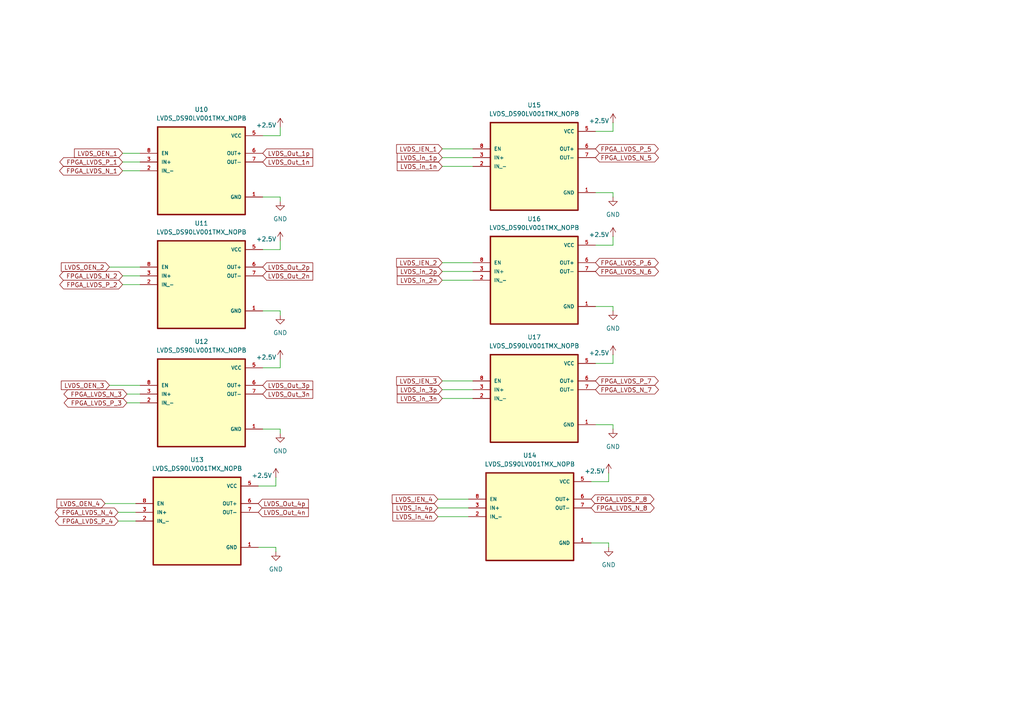
<source format=kicad_sch>
(kicad_sch (version 20231120) (generator "eeschema") (generator_version "8.0")
  (paper "A4")
  (lib_symbols
    (symbol "Symbol_Library:LVDS_DS90LV001TMX_NOPB" (pin_names (offset 1.016))
      (property "Reference" "U" (at -12.7 13.7 0))
      (property "Value" "LVDS_DS90LV001TMX_NOPB" (at -12.7 -16.7 0))
      (symbol "LVDS_DS90LV001TMX_NOPB_0_0"
        (rectangle (start -12.7 -12.7) (end 12.7 12.7) (stroke (width 0.41)) (fill (type background)))
        (pin power_in line (at 17.78 -7.62 180) (length 5.08) (name "GND") (number "1"))
        (pin input line (at -17.78 0 0) (length 5.08) (name "IN_-") (number "2"))
        (pin input line (at -17.78 2.54 0) (length 5.08) (name "IN+") (number "3"))
        (pin power_in line (at 17.78 10.16 180) (length 5.08) (name "VCC") (number "5"))
        (pin output line (at 17.78 5.08 180) (length 5.08) (name "OUT+") (number "6"))
        (pin output line (at 17.78 2.54 180) (length 5.08) (name "OUT-") (number "7"))
        (pin input line (at -17.78 5.08 0) (length 5.08) (name "EN") (number "8"))
      )
    )
    (symbol "power:+3.3V" (power) (pin_numbers hide) (pin_names (offset 0) hide)
      (property "Value" "+3.3V" (at 0 3.556 0))
      (symbol "+3.3V_0_1"
        (polyline (pts (xy -0.762 1.27) (xy 0 2.54)))
        (polyline (pts (xy 0 0) (xy 0 2.54)))
        (polyline (pts (xy 0 2.54) (xy 0.762 1.27)))
      )
      (symbol "+3.3V_1_1"
        (pin power_in line (at 0 0 90) (length 0) (name "~") (number "1"))
      )
    )
    (symbol "power:GND" (power) (pin_numbers hide) (pin_names (offset 0) hide)
      (property "Value" "GND" (at 0 -3.81 0))
      (symbol "GND_0_1"
        (polyline (pts (xy 0 0) (xy 0 -1.27) (xy 1.27 -1.27) (xy 0 -2.54) (xy -1.27 -1.27) (xy 0 -1.27)))
      )
      (symbol "GND_1_1"
        (pin power_in line (at 0 0 270) (length 0) (name "~") (number "1"))
      )
    )
  )
  (wire (pts (xy 128.27 113.03) (xy 137.16 113.03)))
  (wire (pts (xy 81.28 90.17) (xy 76.2 90.17)))
  (wire (pts (xy 35.56 80.01) (xy 40.64 80.01)))
  (wire (pts (xy 81.28 39.37) (xy 76.2 39.37)))
  (wire (pts (xy 128.27 43.18) (xy 137.16 43.18)))
  (wire (pts (xy 35.56 49.53) (xy 40.64 49.53)))
  (wire (pts (xy 177.8 105.41) (xy 172.72 105.41)))
  (wire (pts (xy 177.8 38.1) (xy 172.72 38.1)))
  (wire (pts (xy 128.27 78.74) (xy 137.16 78.74)))
  (wire (pts (xy 177.8 102.87) (xy 177.8 105.41)))
  (wire (pts (xy 128.27 115.57) (xy 137.16 115.57)))
  (wire (pts (xy 80.01 140.97) (xy 74.93 140.97)))
  (wire (pts (xy 128.27 45.72) (xy 137.16 45.72)))
  (wire (pts (xy 128.27 81.28) (xy 137.16 81.28)))
  (wire (pts (xy 177.8 123.19) (xy 172.72 123.19)))
  (wire (pts (xy 35.56 44.45) (xy 40.64 44.45)))
  (wire (pts (xy 34.29 151.13) (xy 39.37 151.13)))
  (wire (pts (xy 177.8 57.15) (xy 177.8 55.88)))
  (wire (pts (xy 81.28 69.85) (xy 81.28 72.39)))
  (wire (pts (xy 35.56 82.55) (xy 40.64 82.55)))
  (wire (pts (xy 127 144.78) (xy 135.89 144.78)))
  (wire (pts (xy 128.27 110.49) (xy 137.16 110.49)))
  (wire (pts (xy 177.8 55.88) (xy 172.72 55.88)))
  (wire (pts (xy 177.8 124.46) (xy 177.8 123.19)))
  (wire (pts (xy 177.8 68.58) (xy 177.8 71.12)))
  (wire (pts (xy 31.75 77.47) (xy 40.64 77.47)))
  (wire (pts (xy 81.28 104.14) (xy 81.28 106.68)))
  (wire (pts (xy 177.8 90.17) (xy 177.8 88.9)))
  (wire (pts (xy 176.53 139.7) (xy 171.45 139.7)))
  (wire (pts (xy 36.83 114.3) (xy 40.64 114.3)))
  (wire (pts (xy 80.01 160.02) (xy 80.01 158.75)))
  (wire (pts (xy 31.75 111.76) (xy 40.64 111.76)))
  (wire (pts (xy 81.28 72.39) (xy 76.2 72.39)))
  (wire (pts (xy 176.53 157.48) (xy 171.45 157.48)))
  (wire (pts (xy 81.28 91.44) (xy 81.28 90.17)))
  (wire (pts (xy 80.01 158.75) (xy 74.93 158.75)))
  (wire (pts (xy 177.8 71.12) (xy 172.72 71.12)))
  (wire (pts (xy 127 149.86) (xy 135.89 149.86)))
  (wire (pts (xy 81.28 124.46) (xy 76.2 124.46)))
  (wire (pts (xy 81.28 106.68) (xy 76.2 106.68)))
  (wire (pts (xy 128.27 48.26) (xy 137.16 48.26)))
  (wire (pts (xy 177.8 35.56) (xy 177.8 38.1)))
  (wire (pts (xy 128.27 76.2) (xy 137.16 76.2)))
  (wire (pts (xy 34.29 148.59) (xy 39.37 148.59)))
  (wire (pts (xy 176.53 137.16) (xy 176.53 139.7)))
  (wire (pts (xy 81.28 125.73) (xy 81.28 124.46)))
  (wire (pts (xy 81.28 36.83) (xy 81.28 39.37)))
  (wire (pts (xy 127 147.32) (xy 135.89 147.32)))
  (wire (pts (xy 176.53 158.75) (xy 176.53 157.48)))
  (wire (pts (xy 177.8 88.9) (xy 172.72 88.9)))
  (wire (pts (xy 35.56 46.99) (xy 40.64 46.99)))
  (wire (pts (xy 81.28 57.15) (xy 76.2 57.15)))
  (wire (pts (xy 80.01 138.43) (xy 80.01 140.97)))
  (wire (pts (xy 81.28 58.42) (xy 81.28 57.15)))
  (wire (pts (xy 36.83 116.84) (xy 40.64 116.84)))
  (wire (pts (xy 30.48 146.05) (xy 39.37 146.05)))
  (global_label "FPGA_LVDS_P_1" (shape bidirectional) (at 35.56 46.99 180) (property "Intersheetrefs" "${INTERSHEET_REFS}" (at 17.8791 46.99 0) (effects (justify right))))
  (global_label "FPGA_LVDS_N_6" (shape bidirectional) (at 172.72 78.74 0) (property "Intersheetrefs" "${INTERSHEET_REFS}" (at 191.308 78.74 0) (effects (justify left))))
  (global_label "LVDS_in_1n" (shape input) (at 128.27 48.26 180) (property "Intersheetrefs" "${INTERSHEET_REFS}" (at 114.6411 48.26 0) (effects (justify right))))
  (global_label "LVDS_in_3p" (shape input) (at 128.27 113.03 180) (property "Intersheetrefs" "${INTERSHEET_REFS}" (at 114.6411 113.03 0) (effects (justify right))))
  (global_label "LVDS_in_1p" (shape input) (at 128.27 45.72 180) (property "Intersheetrefs" "${INTERSHEET_REFS}" (at 114.6411 45.72 0) (effects (justify right))))
  (global_label "LVDS_OEN_4" (shape input) (at 30.48 146.05 180) (property "Intersheetrefs" "${INTERSHEET_REFS}" (at 15.9439 146.05 0) (effects (justify right))))
  (global_label "FPGA_LVDS_P_6" (shape bidirectional) (at 172.72 76.2 0) (property "Intersheetrefs" "${INTERSHEET_REFS}" (at 191.308 76.2 0) (effects (justify left))))
  (global_label "FPGA_LVDS_N_1" (shape bidirectional) (at 35.56 49.53 180) (property "Intersheetrefs" "${INTERSHEET_REFS}" (at 17.8791 49.53 0) (effects (justify right))))
  (global_label "LVDS_OEN_2" (shape input) (at 31.75 77.47 180) (property "Intersheetrefs" "${INTERSHEET_REFS}" (at 17.2139 77.47 0) (effects (justify right))))
  (global_label "FPGA_LVDS_P_4" (shape bidirectional) (at 34.29 151.13 180) (property "Intersheetrefs" "${INTERSHEET_REFS}" (at 15.702 151.13 0) (effects (justify right))))
  (global_label "LVDS_in_3n" (shape input) (at 128.27 115.57 180) (property "Intersheetrefs" "${INTERSHEET_REFS}" (at 114.6411 115.57 0) (effects (justify right))))
  (global_label "LVDS_in_4p" (shape input) (at 127 147.32 180) (property "Intersheetrefs" "${INTERSHEET_REFS}" (at 113.3711 147.32 0) (effects (justify right))))
  (global_label "FPGA_LVDS_N_7" (shape bidirectional) (at 172.72 113.03 0) (property "Intersheetrefs" "${INTERSHEET_REFS}" (at 191.308 113.03 0) (effects (justify left))))
  (global_label "LVDS_IEN_2" (shape input) (at 128.27 76.2 180) (property "Intersheetrefs" "${INTERSHEET_REFS}" (at 114.4596 76.2 0) (effects (justify right))))
  (global_label "LVDS_in_2p" (shape input) (at 128.27 78.74 180) (property "Intersheetrefs" "${INTERSHEET_REFS}" (at 114.6411 78.74 0) (effects (justify right))))
  (global_label "FPGA_LVDS_N_8" (shape bidirectional) (at 171.45 147.32 0) (property "Intersheetrefs" "${INTERSHEET_REFS}" (at 190.038 147.32 0) (effects (justify left))))
  (global_label "FPGA_LVDS_P_8" (shape bidirectional) (at 171.45 144.78 0) (property "Intersheetrefs" "${INTERSHEET_REFS}" (at 190.038 144.78 0) (effects (justify left))))
  (global_label "FPGA_LVDS_N_4" (shape bidirectional) (at 34.29 148.59 180) (property "Intersheetrefs" "${INTERSHEET_REFS}" (at 15.702 148.59 0) (effects (justify right))))
  (global_label "LVDS_in_4n" (shape input) (at 127 149.86 180) (property "Intersheetrefs" "${INTERSHEET_REFS}" (at 113.3711 149.86 0) (effects (justify right))))
  (global_label "LVDS_IEN_1" (shape input) (at 128.27 43.18 180) (property "Intersheetrefs" "${INTERSHEET_REFS}" (at 114.4596 43.18 0) (effects (justify right))))
  (global_label "LVDS_Out_2n" (shape input) (at 76.2 80.01 0) (property "Intersheetrefs" "${INTERSHEET_REFS}" (at 91.2803 80.01 0) (effects (justify left))))
  (global_label "FPGA_LVDS_N_5" (shape bidirectional) (at 172.72 45.72 0) (property "Intersheetrefs" "${INTERSHEET_REFS}" (at 191.308 45.72 0) (effects (justify left))))
  (global_label "LVDS_Out_4p" (shape input) (at 74.93 146.05 0) (property "Intersheetrefs" "${INTERSHEET_REFS}" (at 90.0103 146.05 0) (effects (justify left))))
  (global_label "LVDS_IEN_3" (shape input) (at 128.27 110.49 180) (property "Intersheetrefs" "${INTERSHEET_REFS}" (at 114.4596 110.49 0) (effects (justify right))))
  (global_label "LVDS_Out_4n" (shape input) (at 74.93 148.59 0) (property "Intersheetrefs" "${INTERSHEET_REFS}" (at 90.0103 148.59 0) (effects (justify left))))
  (global_label "FPGA_LVDS_P_7" (shape bidirectional) (at 172.72 110.49 0) (property "Intersheetrefs" "${INTERSHEET_REFS}" (at 191.308 110.49 0) (effects (justify left))))
  (global_label "FPGA_LVDS_N_3" (shape bidirectional) (at 36.83 114.3 180) (property "Intersheetrefs" "${INTERSHEET_REFS}" (at 18.242 114.3 0) (effects (justify right))))
  (global_label "FPGA_LVDS_P_3" (shape bidirectional) (at 36.83 116.84 180) (property "Intersheetrefs" "${INTERSHEET_REFS}" (at 18.242 116.84 0) (effects (justify right))))
  (global_label "LVDS_Out_1p" (shape input) (at 76.2 44.45 0) (property "Intersheetrefs" "${INTERSHEET_REFS}" (at 91.2803 44.45 0) (effects (justify left))))
  (global_label "LVDS_OEN_1" (shape input) (at 35.56 44.45 180) (property "Intersheetrefs" "${INTERSHEET_REFS}" (at 21.0239 44.45 0) (effects (justify right))))
  (global_label "LVDS_IEN_4" (shape input) (at 127 144.78 180) (property "Intersheetrefs" "${INTERSHEET_REFS}" (at 113.1896 144.78 0) (effects (justify right))))
  (global_label "FPGA_LVDS_P_2" (shape bidirectional) (at 35.56 82.55 180) (property "Intersheetrefs" "${INTERSHEET_REFS}" (at 16.972 82.55 0) (effects (justify right))))
  (global_label "LVDS_in_2n" (shape input) (at 128.27 81.28 180) (property "Intersheetrefs" "${INTERSHEET_REFS}" (at 114.6411 81.28 0) (effects (justify right))))
  (global_label "LVDS_OEN_3" (shape input) (at 31.75 111.76 180) (property "Intersheetrefs" "${INTERSHEET_REFS}" (at 17.2139 111.76 0) (effects (justify right))))
  (global_label "LVDS_Out_3p" (shape input) (at 76.2 111.76 0) (property "Intersheetrefs" "${INTERSHEET_REFS}" (at 91.2803 111.76 0) (effects (justify left))))
  (global_label "FPGA_LVDS_N_2" (shape bidirectional) (at 35.56 80.01 180) (property "Intersheetrefs" "${INTERSHEET_REFS}" (at 16.972 80.01 0) (effects (justify right))))
  (global_label "LVDS_Out_1n" (shape input) (at 76.2 46.99 0) (property "Intersheetrefs" "${INTERSHEET_REFS}" (at 91.2803 46.99 0) (effects (justify left))))
  (global_label "LVDS_Out_2p" (shape input) (at 76.2 77.47 0) (property "Intersheetrefs" "${INTERSHEET_REFS}" (at 91.2803 77.47 0) (effects (justify left))))
  (global_label "LVDS_Out_3n" (shape input) (at 76.2 114.3 0) (property "Intersheetrefs" "${INTERSHEET_REFS}" (at 91.2803 114.3 0) (effects (justify left))))
  (global_label "FPGA_LVDS_P_5" (shape bidirectional) (at 172.72 43.18 0) (property "Intersheetrefs" "${INTERSHEET_REFS}" (at 191.308 43.18 0) (effects (justify left))))
  (symbol (lib_id "power:GND") (at 81.28 125.73 0) (unit 1)
    (property "Reference" "#PWR052" (effects (hide yes)))
    (property "Value" "GND" (at 81.28 130.81 0))
    (property "Description" "Power symbol creates a global label with name \"GND\" , ground" (effects (hide yes)))
  )
  (symbol (lib_id "power:+3.3V") (at 177.8 35.56 0) (unit 1)
    (property "Reference" "#PWR055" (effects (hide yes)))
    (property "Value" "+2.5V" (at 173.736 35.052 0))
    (property "Description" "Power symbol creates a global label with name \"+3.3V\"" (effects (hide yes)))
  )
  (symbol (lib_id "power:GND") (at 80.01 160.02 0) (unit 1)
    (property "Reference" "#PWR054" (effects (hide yes)))
    (property "Value" "GND" (at 80.01 165.1 0))
    (property "Description" "Power symbol creates a global label with name \"GND\" , ground" (effects (hide yes)))
  )
  (symbol (lib_id "Symbol_Library:LVDS_DS90LV001TMX_NOPB") (at 153.67 149.86 0) (unit 1)
    (property "Reference" "U14" (at 153.67 132.08 0))
    (property "Value" "LVDS_DS90LV001TMX_NOPB" (at 153.67 134.62 0))
    (property "Footprint" "DS90LV001TMX_NOPB:SOIC127P599X175-8N" (effects (hide yes)))
  )
  (symbol (lib_id "Symbol_Library:LVDS_DS90LV001TMX_NOPB") (at 58.42 49.53 0) (unit 1)
    (property "Reference" "U10" (at 58.42 31.75 0))
    (property "Value" "LVDS_DS90LV001TMX_NOPB" (at 58.42 34.29 0))
    (property "Footprint" "DS90LV001TMX_NOPB:SOIC127P599X175-8N" (effects (hide yes)))
  )
  (symbol (lib_id "power:GND") (at 176.53 158.75 0) (unit 1)
    (property "Reference" "#PWR062" (effects (hide yes)))
    (property "Value" "GND" (at 176.53 163.83 0))
    (property "Description" "Power symbol creates a global label with name \"GND\" , ground" (effects (hide yes)))
  )
  (symbol (lib_id "power:+3.3V") (at 81.28 69.85 0) (unit 1)
    (property "Reference" "#PWR049" (effects (hide yes)))
    (property "Value" "+2.5V" (at 77.216 69.342 0))
    (property "Description" "Power symbol creates a global label with name \"+3.3V\"" (effects (hide yes)))
  )
  (symbol (lib_id "Symbol_Library:LVDS_DS90LV001TMX_NOPB") (at 58.42 82.55 0) (unit 1)
    (property "Reference" "U11" (at 58.42 64.77 0))
    (property "Value" "LVDS_DS90LV001TMX_NOPB" (at 58.42 67.31 0))
    (property "Footprint" "DS90LV001TMX_NOPB:SOIC127P599X175-8N" (effects (hide yes)))
  )
  (symbol (lib_id "power:+3.3V") (at 81.28 104.14 0) (unit 1)
    (property "Reference" "#PWR051" (effects (hide yes)))
    (property "Value" "+2.5V" (at 77.216 103.632 0))
    (property "Description" "Power symbol creates a global label with name \"+3.3V\"" (effects (hide yes)))
  )
  (symbol (lib_id "power:+3.3V") (at 177.8 68.58 0) (unit 1)
    (property "Reference" "#PWR057" (effects (hide yes)))
    (property "Value" "+2.5V" (at 173.736 68.072 0))
    (property "Description" "Power symbol creates a global label with name \"+3.3V\"" (effects (hide yes)))
  )
  (symbol (lib_id "power:GND") (at 177.8 57.15 0) (unit 1)
    (property "Reference" "#PWR056" (effects (hide yes)))
    (property "Value" "GND" (at 177.8 62.23 0))
    (property "Description" "Power symbol creates a global label with name \"GND\" , ground" (effects (hide yes)))
  )
  (symbol (lib_id "Symbol_Library:LVDS_DS90LV001TMX_NOPB") (at 154.94 115.57 0) (unit 1)
    (property "Reference" "U17" (at 154.94 97.79 0))
    (property "Value" "LVDS_DS90LV001TMX_NOPB" (at 154.94 100.33 0))
    (property "Footprint" "DS90LV001TMX_NOPB:SOIC127P599X175-8N" (effects (hide yes)))
  )
  (symbol (lib_id "power:GND") (at 177.8 90.17 0) (unit 1)
    (property "Reference" "#PWR058" (effects (hide yes)))
    (property "Value" "GND" (at 177.8 95.25 0))
    (property "Description" "Power symbol creates a global label with name \"GND\" , ground" (effects (hide yes)))
  )
  (symbol (lib_id "power:GND") (at 81.28 58.42 0) (unit 1)
    (property "Reference" "#PWR048" (effects (hide yes)))
    (property "Value" "GND" (at 81.28 63.5 0))
    (property "Description" "Power symbol creates a global label with name \"GND\" , ground" (effects (hide yes)))
  )
  (symbol (lib_id "power:GND") (at 81.28 91.44 0) (unit 1)
    (property "Reference" "#PWR050" (effects (hide yes)))
    (property "Value" "GND" (at 81.28 96.52 0))
    (property "Description" "Power symbol creates a global label with name \"GND\" , ground" (effects (hide yes)))
  )
  (symbol (lib_id "power:+3.3V") (at 176.53 137.16 0) (unit 1)
    (property "Reference" "#PWR061" (effects (hide yes)))
    (property "Value" "+2.5V" (at 172.466 136.652 0))
    (property "Description" "Power symbol creates a global label with name \"+3.3V\"" (effects (hide yes)))
  )
  (symbol (lib_id "Symbol_Library:LVDS_DS90LV001TMX_NOPB") (at 154.94 48.26 0) (unit 1)
    (property "Reference" "U15" (at 154.94 30.48 0))
    (property "Value" "LVDS_DS90LV001TMX_NOPB" (at 154.94 33.02 0))
    (property "Footprint" "DS90LV001TMX_NOPB:SOIC127P599X175-8N" (effects (hide yes)))
  )
  (symbol (lib_id "Symbol_Library:LVDS_DS90LV001TMX_NOPB") (at 58.42 116.84 0) (unit 1)
    (property "Reference" "U12" (at 58.42 99.06 0))
    (property "Value" "LVDS_DS90LV001TMX_NOPB" (at 58.42 101.6 0))
    (property "Footprint" "DS90LV001TMX_NOPB:SOIC127P599X175-8N" (effects (hide yes)))
  )
  (symbol (lib_id "power:+3.3V") (at 81.28 36.83 0) (unit 1)
    (property "Reference" "#PWR047" (effects (hide yes)))
    (property "Value" "+2.5V" (at 77.216 36.322 0))
    (property "Description" "Power symbol creates a global label with name \"+3.3V\"" (effects (hide yes)))
  )
  (symbol (lib_id "Symbol_Library:LVDS_DS90LV001TMX_NOPB") (at 154.94 81.28 0) (unit 1)
    (property "Reference" "U16" (at 154.94 63.5 0))
    (property "Value" "LVDS_DS90LV001TMX_NOPB" (at 154.94 66.04 0))
    (property "Footprint" "DS90LV001TMX_NOPB:SOIC127P599X175-8N" (effects (hide yes)))
  )
  (symbol (lib_id "power:+3.3V") (at 80.01 138.43 0) (unit 1)
    (property "Reference" "#PWR053" (effects (hide yes)))
    (property "Value" "+2.5V" (at 75.946 137.922 0))
    (property "Description" "Power symbol creates a global label with name \"+3.3V\"" (effects (hide yes)))
  )
  (symbol (lib_id "power:GND") (at 177.8 124.46 0) (unit 1)
    (property "Reference" "#PWR060" (effects (hide yes)))
    (property "Value" "GND" (at 177.8 129.54 0))
    (property "Description" "Power symbol creates a global label with name \"GND\" , ground" (effects (hide yes)))
  )
  (symbol (lib_id "power:+3.3V") (at 177.8 102.87 0) (unit 1)
    (property "Reference" "#PWR059" (effects (hide yes)))
    (property "Value" "+2.5V" (at 173.736 102.362 0))
    (property "Description" "Power symbol creates a global label with name \"+3.3V\"" (effects (hide yes)))
  )
  (symbol (lib_id "Symbol_Library:LVDS_DS90LV001TMX_NOPB") (at 57.15 151.13 0) (unit 1)
    (property "Reference" "U13" (at 57.15 133.35 0))
    (property "Value" "LVDS_DS90LV001TMX_NOPB" (at 57.15 135.89 0))
    (property "Footprint" "DS90LV001TMX_NOPB:SOIC127P599X175-8N" (effects (hide yes)))
  )
)
</source>
